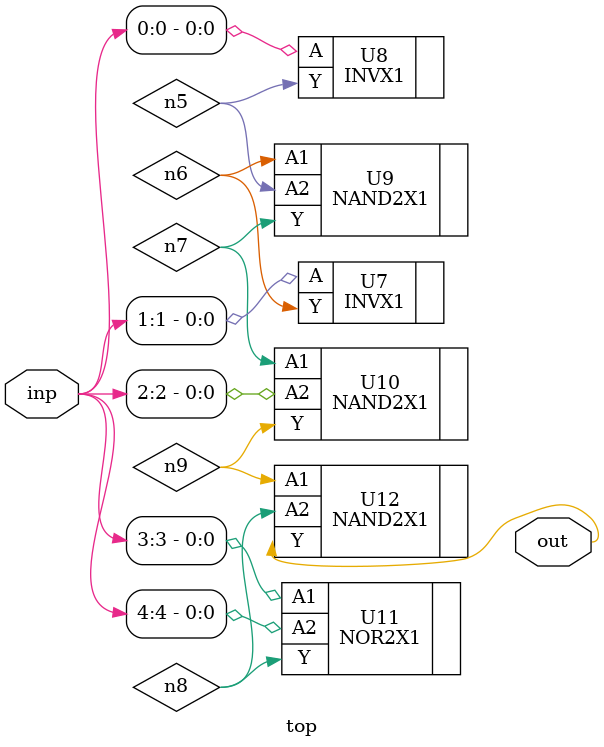
<source format=sv>


module top ( inp, out );
  input [4:0] inp;
  output out;
  wire   n5, n6, n7, n8, n9;

  INVX1 U7 ( .A(inp[1]), .Y(n6) );
  INVX1 U8 ( .A(inp[0]), .Y(n5) );
  NAND2X1 U9 ( .A1(n6), .A2(n5), .Y(n7) );
  NAND2X1 U10 ( .A1(n7), .A2(inp[2]), .Y(n9) );
  NOR2X1 U11 ( .A1(inp[3]), .A2(inp[4]), .Y(n8) );
  NAND2X1 U12 ( .A1(n9), .A2(n8), .Y(out) );
endmodule


</source>
